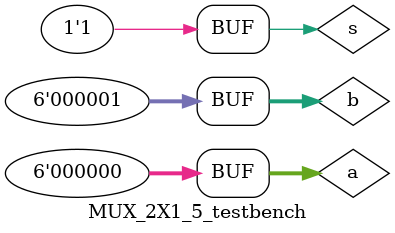
<source format=v>
`define DELAY 20
module MUX_2X1_5_testbench(); 

	wire [5:0] out;
	reg [5:0] a;
	reg [5:0] b;
	reg s;
	
MUX_2X1_5 mux2x15tb(out, a, b, s);

initial begin
a = 5'b00000;
b = 5'b00001;
s = 1'b0;
#`DELAY;
a = 5'b00000;
b = 5'b00001;
s = 1'b1;
#`DELAY;
end
 
initial
begin
$monitor("a =%5b, b=%5b, s=%1b out=%5b ", a, b, s, out);
end
 
endmodule
</source>
